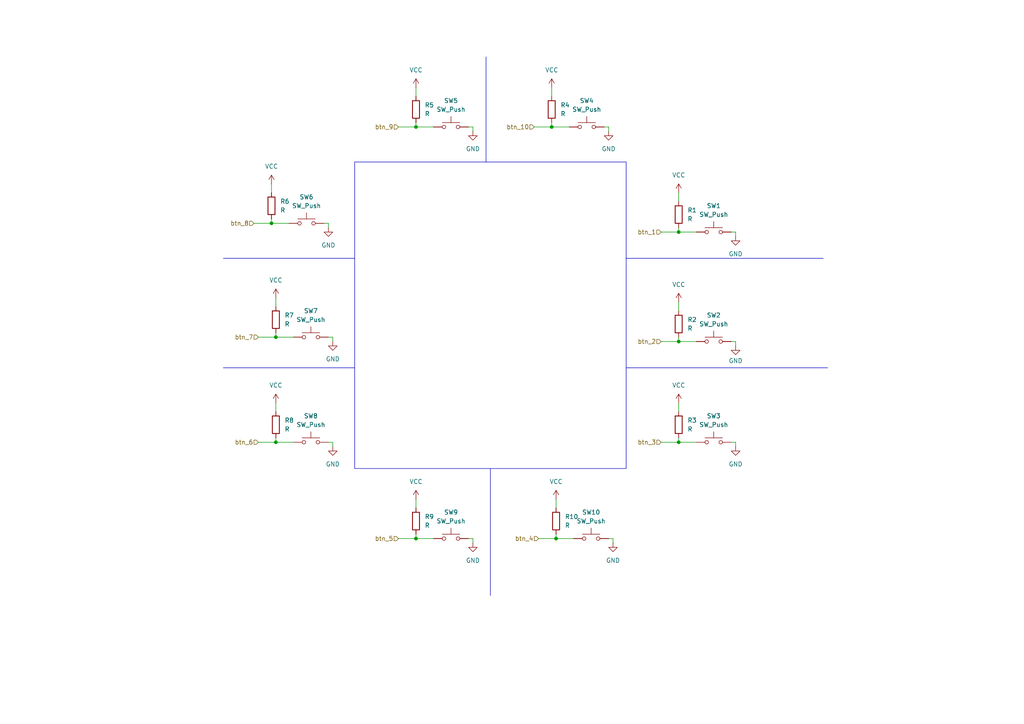
<source format=kicad_sch>
(kicad_sch (version 20231120) (generator "eeschema") (generator_version "8.0")
  (paper "A4")
  (lib_symbols
    (symbol "Device:R" (pin_numbers hide) (pin_names (offset 0))
      (property "Reference" "R" (at 2.032 0 90))
      (property "Value" "R" (at 0 0 90))
      (symbol "R_0_1"
        (rectangle (start -1.016 -2.54) (end 1.016 2.54) (stroke (width 0.254)))
      )
      (symbol "R_1_1"
        (pin passive line (at 0 3.81 270) (length 1.27) (name "~") (number "1"))
        (pin passive line (at 0 -3.81 90) (length 1.27) (name "~") (number "2"))
      )
    )
    (symbol "Switch:SW_Push" (pin_numbers hide) (pin_names (offset 1.016) hide)
      (property "Reference" "SW" (at 1.27 2.54 0))
      (property "Value" "SW_Push" (at 0 -1.524 0))
      (symbol "SW_Push_0_1"
        (circle (center -2.032 0) (radius 0.508))
        (polyline (pts (xy 0 1.27) (xy 0 3.048)))
        (polyline (pts (xy 2.54 1.27) (xy -2.54 1.27)))
        (circle (center 2.032 0) (radius 0.508))
        (pin passive line (at -5.08 0 0) (length 2.54) (name "1") (number "1"))
        (pin passive line (at 5.08 0 180) (length 2.54) (name "2") (number "2"))
      )
    )
    (symbol "power:GND" (power) (pin_numbers hide) (pin_names (offset 0) hide)
      (property "Value" "GND" (at 0 -3.81 0))
      (symbol "GND_0_1"
        (polyline (pts (xy 0 0) (xy 0 -1.27) (xy 1.27 -1.27) (xy 0 -2.54) (xy -1.27 -1.27) (xy 0 -1.27)))
      )
      (symbol "GND_1_1"
        (pin power_in line (at 0 0 270) (length 0) (name "~") (number "1"))
      )
    )
    (symbol "power:VCC" (power) (pin_numbers hide) (pin_names (offset 0) hide)
      (property "Value" "VCC" (at 0 3.556 0))
      (symbol "VCC_0_1"
        (polyline (pts (xy -0.762 1.27) (xy 0 2.54)))
        (polyline (pts (xy 0 0) (xy 0 2.54)))
        (polyline (pts (xy 0 2.54) (xy 0.762 1.27)))
      )
      (symbol "VCC_1_1"
        (pin power_in line (at 0 0 90) (length 0) (name "~") (number "1"))
      )
    )
  )
  (junction (at 80.01 97.79))
  (junction (at 78.74 64.77))
  (junction (at 196.85 99.06))
  (junction (at 80.01 128.27))
  (junction (at 196.85 67.31))
  (junction (at 160.02 36.83))
  (junction (at 196.85 128.27))
  (junction (at 161.29 156.21))
  (junction (at 120.65 156.21))
  (junction (at 120.65 36.83))
  (wire (pts (xy 160.02 36.83) (xy 165.1 36.83)))
  (wire (pts (xy 80.01 116.84) (xy 80.01 119.38)))
  (wire (pts (xy 196.85 128.27) (xy 201.93 128.27)))
  (wire (pts (xy 96.52 97.79) (xy 96.52 99.06)))
  (polyline (pts (xy 102.87 106.68) (xy 64.77 106.68)))
  (wire (pts (xy 175.26 36.83) (xy 176.53 36.83)))
  (wire (pts (xy 213.36 99.06) (xy 213.36 100.33)))
  (wire (pts (xy 196.85 87.63) (xy 196.85 90.17)))
  (wire (pts (xy 160.02 25.4) (xy 160.02 27.94)))
  (wire (pts (xy 74.93 97.79) (xy 80.01 97.79)))
  (polyline (pts (xy 181.61 106.68) (xy 240.03 106.68)))
  (wire (pts (xy 212.09 128.27) (xy 213.36 128.27)))
  (wire (pts (xy 120.65 25.4) (xy 120.65 27.94)))
  (polyline (pts (xy 140.97 16.51) (xy 140.97 46.99)))
  (wire (pts (xy 176.53 156.21) (xy 177.8 156.21)))
  (wire (pts (xy 78.74 53.34) (xy 78.74 55.88)))
  (wire (pts (xy 74.93 128.27) (xy 80.01 128.27)))
  (wire (pts (xy 161.29 154.94) (xy 161.29 156.21)))
  (wire (pts (xy 120.65 36.83) (xy 125.73 36.83)))
  (wire (pts (xy 80.01 96.52) (xy 80.01 97.79)))
  (wire (pts (xy 213.36 67.31) (xy 213.36 68.58)))
  (polyline (pts (xy 181.61 74.93) (xy 238.76 74.93)))
  (wire (pts (xy 93.98 64.77) (xy 95.25 64.77)))
  (wire (pts (xy 120.65 35.56) (xy 120.65 36.83)))
  (wire (pts (xy 115.57 156.21) (xy 120.65 156.21)))
  (wire (pts (xy 161.29 156.21) (xy 166.37 156.21)))
  (wire (pts (xy 95.25 128.27) (xy 96.52 128.27)))
  (wire (pts (xy 78.74 64.77) (xy 83.82 64.77)))
  (wire (pts (xy 212.09 67.31) (xy 213.36 67.31)))
  (wire (pts (xy 135.89 156.21) (xy 137.16 156.21)))
  (wire (pts (xy 196.85 127) (xy 196.85 128.27)))
  (wire (pts (xy 96.52 128.27) (xy 96.52 129.54)))
  (wire (pts (xy 160.02 35.56) (xy 160.02 36.83)))
  (wire (pts (xy 137.16 156.21) (xy 137.16 157.48)))
  (wire (pts (xy 176.53 36.83) (xy 176.53 38.1)))
  (wire (pts (xy 154.94 36.83) (xy 160.02 36.83)))
  (wire (pts (xy 137.16 36.83) (xy 137.16 38.1)))
  (wire (pts (xy 196.85 66.04) (xy 196.85 67.31)))
  (wire (pts (xy 156.21 156.21) (xy 161.29 156.21)))
  (wire (pts (xy 196.85 99.06) (xy 201.93 99.06)))
  (wire (pts (xy 73.66 64.77) (xy 78.74 64.77)))
  (wire (pts (xy 196.85 67.31) (xy 201.93 67.31)))
  (wire (pts (xy 196.85 97.79) (xy 196.85 99.06)))
  (wire (pts (xy 196.85 116.84) (xy 196.85 119.38)))
  (wire (pts (xy 212.09 99.06) (xy 213.36 99.06)))
  (wire (pts (xy 135.89 36.83) (xy 137.16 36.83)))
  (wire (pts (xy 115.57 36.83) (xy 120.65 36.83)))
  (wire (pts (xy 95.25 97.79) (xy 96.52 97.79)))
  (wire (pts (xy 191.77 99.06) (xy 196.85 99.06)))
  (wire (pts (xy 78.74 63.5) (xy 78.74 64.77)))
  (wire (pts (xy 80.01 97.79) (xy 85.09 97.79)))
  (wire (pts (xy 120.65 156.21) (xy 125.73 156.21)))
  (wire (pts (xy 120.65 144.78) (xy 120.65 147.32)))
  (wire (pts (xy 191.77 67.31) (xy 196.85 67.31)))
  (wire (pts (xy 95.25 64.77) (xy 95.25 66.04)))
  (wire (pts (xy 120.65 154.94) (xy 120.65 156.21)))
  (polyline (pts (xy 102.87 74.93) (xy 64.77 74.93)))
  (polyline (pts (xy 142.24 135.89) (xy 142.24 172.72)))
  (wire (pts (xy 80.01 127) (xy 80.01 128.27)))
  (wire (pts (xy 196.85 55.88) (xy 196.85 58.42)))
  (wire (pts (xy 80.01 86.36) (xy 80.01 88.9)))
  (wire (pts (xy 191.77 128.27) (xy 196.85 128.27)))
  (wire (pts (xy 161.29 144.78) (xy 161.29 147.32)))
  (wire (pts (xy 213.36 128.27) (xy 213.36 129.54)))
  (wire (pts (xy 177.8 156.21) (xy 177.8 157.48)))
  (wire (pts (xy 80.01 128.27) (xy 85.09 128.27)))
  (rectangle (start 102.87 46.99) (end 181.61 135.89))
  (hierarchical_label "btn_1" (shape input) (at 191.77 67.31 180))
  (hierarchical_label "btn_10" (shape input) (at 154.94 36.83 180))
  (hierarchical_label "btn_5" (shape input) (at 115.57 156.21 180))
  (hierarchical_label "btn_7" (shape input) (at 74.93 97.79 180))
  (hierarchical_label "btn_8" (shape input) (at 73.66 64.77 180))
  (hierarchical_label "btn_3" (shape input) (at 191.77 128.27 180))
  (hierarchical_label "btn_2" (shape input) (at 191.77 99.06 180))
  (hierarchical_label "btn_9" (shape input) (at 115.57 36.83 180))
  (hierarchical_label "btn_6" (shape input) (at 74.93 128.27 180))
  (hierarchical_label "btn_4" (shape input) (at 156.21 156.21 180))
  (symbol (lib_id "power:VCC") (at 196.85 87.63 0) (unit 1)
    (property "Reference" "#PWR03" (effects (hide yes)))
    (property "Value" "VCC" (at 196.85 82.55 0))
    (property "Description" "Power symbol creates a global label with name \"VCC\"" (effects (hide yes)))
  )
  (symbol (lib_id "power:GND") (at 137.16 157.48 0) (unit 1)
    (property "Reference" "#PWR018" (effects (hide yes)))
    (property "Value" "GND" (at 137.16 162.56 0))
    (property "Description" "Power symbol creates a global label with name \"GND\" , ground" (effects (hide yes)))
  )
  (symbol (lib_id "Switch:SW_Push") (at 90.17 97.79 0) (unit 1)
    (property "Reference" "SW7" (at 90.17 90.17 0))
    (property "Value" "SW_Push" (at 90.17 92.71 0))
    (property "Footprint" "Button_Switch_THT:SW_PUSH_6mm" (effects (hide yes)))
    (property "Description" "Push button switch, generic, two pins" (effects (hide yes)))
  )
  (symbol (lib_id "power:GND") (at 177.8 157.48 0) (unit 1)
    (property "Reference" "#PWR020" (effects (hide yes)))
    (property "Value" "GND" (at 177.8 162.56 0))
    (property "Description" "Power symbol creates a global label with name \"GND\" , ground" (effects (hide yes)))
  )
  (symbol (lib_id "Device:R") (at 78.74 59.69 0) (unit 1)
    (property "Reference" "R6" (at 81.28 58.4199 0) (effects (justify left)))
    (property "Value" "R" (at 81.28 60.9599 0) (effects (justify left)))
    (property "Footprint" "Resistor_SMD:R_0805_2012Metric" (effects (hide yes)))
    (property "Description" "Resistor" (effects (hide yes)))
  )
  (symbol (lib_id "power:GND") (at 213.36 129.54 0) (unit 1)
    (property "Reference" "#PWR06" (effects (hide yes)))
    (property "Value" "GND" (at 213.36 134.62 0))
    (property "Description" "Power symbol creates a global label with name \"GND\" , ground" (effects (hide yes)))
  )
  (symbol (lib_id "power:GND") (at 137.16 38.1 0) (unit 1)
    (property "Reference" "#PWR010" (effects (hide yes)))
    (property "Value" "GND" (at 137.16 43.18 0))
    (property "Description" "Power symbol creates a global label with name \"GND\" , ground" (effects (hide yes)))
  )
  (symbol (lib_id "power:VCC") (at 161.29 144.78 0) (unit 1)
    (property "Reference" "#PWR019" (effects (hide yes)))
    (property "Value" "VCC" (at 161.29 139.7 0))
    (property "Description" "Power symbol creates a global label with name \"VCC\"" (effects (hide yes)))
  )
  (symbol (lib_id "power:VCC") (at 120.65 144.78 0) (unit 1)
    (property "Reference" "#PWR017" (effects (hide yes)))
    (property "Value" "VCC" (at 120.65 139.7 0))
    (property "Description" "Power symbol creates a global label with name \"VCC\"" (effects (hide yes)))
  )
  (symbol (lib_id "Device:R") (at 120.65 151.13 0) (unit 1)
    (property "Reference" "R9" (at 123.19 149.8599 0) (effects (justify left)))
    (property "Value" "R" (at 123.19 152.3999 0) (effects (justify left)))
    (property "Footprint" "Resistor_SMD:R_0805_2012Metric" (effects (hide yes)))
    (property "Description" "Resistor" (effects (hide yes)))
  )
  (symbol (lib_id "Switch:SW_Push") (at 207.01 128.27 0) (unit 1)
    (property "Reference" "SW3" (at 207.01 120.65 0))
    (property "Value" "SW_Push" (at 207.01 123.19 0))
    (property "Footprint" "Button_Switch_THT:SW_PUSH_6mm" (effects (hide yes)))
    (property "Description" "Push button switch, generic, two pins" (effects (hide yes)))
  )
  (symbol (lib_id "power:VCC") (at 160.02 25.4 0) (unit 1)
    (property "Reference" "#PWR07" (effects (hide yes)))
    (property "Value" "VCC" (at 160.02 20.32 0))
    (property "Description" "Power symbol creates a global label with name \"VCC\"" (effects (hide yes)))
  )
  (symbol (lib_id "power:GND") (at 95.25 66.04 0) (unit 1)
    (property "Reference" "#PWR012" (effects (hide yes)))
    (property "Value" "GND" (at 95.25 71.12 0))
    (property "Description" "Power symbol creates a global label with name \"GND\" , ground" (effects (hide yes)))
  )
  (symbol (lib_id "power:VCC") (at 196.85 55.88 0) (unit 1)
    (property "Reference" "#PWR01" (effects (hide yes)))
    (property "Value" "VCC" (at 196.85 50.8 0))
    (property "Description" "Power symbol creates a global label with name \"VCC\"" (effects (hide yes)))
  )
  (symbol (lib_id "power:GND") (at 213.36 68.58 0) (unit 1)
    (property "Reference" "#PWR02" (effects (hide yes)))
    (property "Value" "GND" (at 213.36 73.66 0))
    (property "Description" "Power symbol creates a global label with name \"GND\" , ground" (effects (hide yes)))
  )
  (symbol (lib_id "Device:R") (at 196.85 123.19 0) (unit 1)
    (property "Reference" "R3" (at 199.39 121.9199 0) (effects (justify left)))
    (property "Value" "R" (at 199.39 124.4599 0) (effects (justify left)))
    (property "Footprint" "Resistor_SMD:R_0805_2012Metric" (effects (hide yes)))
    (property "Description" "Resistor" (effects (hide yes)))
  )
  (symbol (lib_id "Switch:SW_Push") (at 207.01 67.31 0) (unit 1)
    (property "Reference" "SW1" (at 207.01 59.69 0))
    (property "Value" "SW_Push" (at 207.01 62.23 0))
    (property "Footprint" "Button_Switch_THT:SW_PUSH_6mm" (effects (hide yes)))
    (property "Description" "Push button switch, generic, two pins" (effects (hide yes)))
  )
  (symbol (lib_id "Device:R") (at 80.01 123.19 0) (unit 1)
    (property "Reference" "R8" (at 82.55 121.9199 0) (effects (justify left)))
    (property "Value" "R" (at 82.55 124.4599 0) (effects (justify left)))
    (property "Footprint" "Resistor_SMD:R_0805_2012Metric" (effects (hide yes)))
    (property "Description" "Resistor" (effects (hide yes)))
  )
  (symbol (lib_id "Device:R") (at 161.29 151.13 0) (unit 1)
    (property "Reference" "R10" (at 163.83 149.8599 0) (effects (justify left)))
    (property "Value" "R" (at 163.83 152.3999 0) (effects (justify left)))
    (property "Footprint" "Resistor_SMD:R_0805_2012Metric" (effects (hide yes)))
    (property "Description" "Resistor" (effects (hide yes)))
  )
  (symbol (lib_id "power:GND") (at 176.53 38.1 0) (unit 1)
    (property "Reference" "#PWR08" (effects (hide yes)))
    (property "Value" "GND" (at 176.53 43.18 0))
    (property "Description" "Power symbol creates a global label with name \"GND\" , ground" (effects (hide yes)))
  )
  (symbol (lib_id "power:VCC") (at 80.01 116.84 0) (unit 1)
    (property "Reference" "#PWR015" (effects (hide yes)))
    (property "Value" "VCC" (at 80.01 111.76 0))
    (property "Description" "Power symbol creates a global label with name \"VCC\"" (effects (hide yes)))
  )
  (symbol (lib_id "Device:R") (at 196.85 62.23 0) (unit 1)
    (property "Reference" "R1" (at 199.39 60.9599 0) (effects (justify left)))
    (property "Value" "R" (at 199.39 63.4999 0) (effects (justify left)))
    (property "Footprint" "Resistor_SMD:R_0805_2012Metric" (effects (hide yes)))
    (property "Description" "Resistor" (effects (hide yes)))
  )
  (symbol (lib_id "Device:R") (at 196.85 93.98 0) (unit 1)
    (property "Reference" "R2" (at 199.39 92.7099 0) (effects (justify left)))
    (property "Value" "R" (at 199.39 95.2499 0) (effects (justify left)))
    (property "Footprint" "Resistor_SMD:R_0805_2012Metric" (effects (hide yes)))
    (property "Description" "Resistor" (effects (hide yes)))
  )
  (symbol (lib_id "Switch:SW_Push") (at 130.81 36.83 0) (unit 1)
    (property "Reference" "SW5" (at 130.81 29.21 0))
    (property "Value" "SW_Push" (at 130.81 31.75 0))
    (property "Footprint" "Button_Switch_THT:SW_PUSH_6mm" (effects (hide yes)))
    (property "Description" "Push button switch, generic, two pins" (effects (hide yes)))
  )
  (symbol (lib_id "power:GND") (at 213.36 100.33 0) (unit 1)
    (property "Reference" "#PWR04" (effects (hide yes)))
    (property "Value" "GND" (at 213.36 104.648 0))
    (property "Description" "Power symbol creates a global label with name \"GND\" , ground" (effects (hide yes)))
  )
  (symbol (lib_id "power:GND") (at 96.52 99.06 0) (unit 1)
    (property "Reference" "#PWR014" (effects (hide yes)))
    (property "Value" "GND" (at 96.52 104.14 0))
    (property "Description" "Power symbol creates a global label with name \"GND\" , ground" (effects (hide yes)))
  )
  (symbol (lib_id "Switch:SW_Push") (at 170.18 36.83 0) (unit 1)
    (property "Reference" "SW4" (at 170.18 29.21 0))
    (property "Value" "SW_Push" (at 170.18 31.75 0))
    (property "Footprint" "Button_Switch_THT:SW_PUSH_6mm" (effects (hide yes)))
    (property "Description" "Push button switch, generic, two pins" (effects (hide yes)))
  )
  (symbol (lib_id "Device:R") (at 160.02 31.75 0) (unit 1)
    (property "Reference" "R4" (at 162.56 30.4799 0) (effects (justify left)))
    (property "Value" "R" (at 162.56 33.0199 0) (effects (justify left)))
    (property "Footprint" "Resistor_SMD:R_0805_2012Metric" (effects (hide yes)))
    (property "Description" "Resistor" (effects (hide yes)))
  )
  (symbol (lib_id "power:VCC") (at 80.01 86.36 0) (unit 1)
    (property "Reference" "#PWR013" (effects (hide yes)))
    (property "Value" "VCC" (at 80.01 81.28 0))
    (property "Description" "Power symbol creates a global label with name \"VCC\"" (effects (hide yes)))
  )
  (symbol (lib_id "Device:R") (at 120.65 31.75 0) (unit 1)
    (property "Reference" "R5" (at 123.19 30.4799 0) (effects (justify left)))
    (property "Value" "R" (at 123.19 33.0199 0) (effects (justify left)))
    (property "Footprint" "Resistor_SMD:R_0805_2012Metric" (effects (hide yes)))
    (property "Description" "Resistor" (effects (hide yes)))
  )
  (symbol (lib_id "Switch:SW_Push") (at 171.45 156.21 0) (unit 1)
    (property "Reference" "SW10" (at 171.45 148.59 0))
    (property "Value" "SW_Push" (at 171.45 151.13 0))
    (property "Footprint" "Button_Switch_THT:SW_PUSH_6mm" (effects (hide yes)))
    (property "Description" "Push button switch, generic, two pins" (effects (hide yes)))
  )
  (symbol (lib_id "Switch:SW_Push") (at 130.81 156.21 0) (unit 1)
    (property "Reference" "SW9" (at 130.81 148.59 0))
    (property "Value" "SW_Push" (at 130.81 151.13 0))
    (property "Footprint" "Button_Switch_THT:SW_PUSH_6mm" (effects (hide yes)))
    (property "Description" "Push button switch, generic, two pins" (effects (hide yes)))
  )
  (symbol (lib_id "Switch:SW_Push") (at 207.01 99.06 0) (unit 1)
    (property "Reference" "SW2" (at 207.01 91.44 0))
    (property "Value" "SW_Push" (at 207.01 93.98 0))
    (property "Footprint" "Button_Switch_THT:SW_PUSH_6mm" (effects (hide yes)))
    (property "Description" "Push button switch, generic, two pins" (effects (hide yes)))
  )
  (symbol (lib_id "Device:R") (at 80.01 92.71 0) (unit 1)
    (property "Reference" "R7" (at 82.55 91.4399 0) (effects (justify left)))
    (property "Value" "R" (at 82.55 93.9799 0) (effects (justify left)))
    (property "Footprint" "Resistor_SMD:R_0805_2012Metric" (effects (hide yes)))
    (property "Description" "Resistor" (effects (hide yes)))
  )
  (symbol (lib_id "Switch:SW_Push") (at 88.9 64.77 0) (unit 1)
    (property "Reference" "SW6" (at 88.9 57.15 0))
    (property "Value" "SW_Push" (at 88.9 59.69 0))
    (property "Footprint" "Button_Switch_THT:SW_PUSH_6mm" (effects (hide yes)))
    (property "Description" "Push button switch, generic, two pins" (effects (hide yes)))
  )
  (symbol (lib_id "power:VCC") (at 196.85 116.84 0) (unit 1)
    (property "Reference" "#PWR05" (effects (hide yes)))
    (property "Value" "VCC" (at 196.85 111.76 0))
    (property "Description" "Power symbol creates a global label with name \"VCC\"" (effects (hide yes)))
  )
  (symbol (lib_id "Switch:SW_Push") (at 90.17 128.27 0) (unit 1)
    (property "Reference" "SW8" (at 90.17 120.65 0))
    (property "Value" "SW_Push" (at 90.17 123.19 0))
    (property "Footprint" "Button_Switch_THT:SW_PUSH_6mm" (effects (hide yes)))
    (property "Description" "Push button switch, generic, two pins" (effects (hide yes)))
  )
  (symbol (lib_id "power:VCC") (at 120.65 25.4 0) (unit 1)
    (property "Reference" "#PWR09" (effects (hide yes)))
    (property "Value" "VCC" (at 120.65 20.32 0))
    (property "Description" "Power symbol creates a global label with name \"VCC\"" (effects (hide yes)))
  )
  (symbol (lib_id "power:VCC") (at 78.74 53.34 0) (unit 1)
    (property "Reference" "#PWR011" (effects (hide yes)))
    (property "Value" "VCC" (at 78.74 48.26 0))
    (property "Description" "Power symbol creates a global label with name \"VCC\"" (effects (hide yes)))
  )
  (symbol (lib_id "power:GND") (at 96.52 129.54 0) (unit 1)
    (property "Reference" "#PWR016" (effects (hide yes)))
    (property "Value" "GND" (at 96.52 134.62 0))
    (property "Description" "Power symbol creates a global label with name \"GND\" , ground" (effects (hide yes)))
  )
)
</source>
